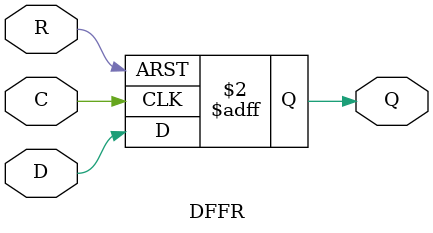
<source format=v>
module NOT(A, Y);
/* verilator tracing_off*/
input A;
output Y;
assign Y = ~A;
endmodule

module AND(A, B, Y);
/* verilator tracing_off*/
input A, B;
output Y;
assign Y = (A & B);
endmodule

module OR(A, B, Y);
/* verilator tracing_off*/
input A, B;
output Y;
assign Y = (A | B);
endmodule

module XOR(A, B, Y);
/* verilator tracing_off*/
input A, B;
output Y;
assign Y = (A ^ B);
endmodule

module MUX(A, B, S, Y);
/* verilator tracing_off*/
input A, B, S;
output Y;
assign Y = S ? A : B;
endmodule


module DFFR(C, D, Q, R);
/* verilator tracing_off*/
input C, D, R;
output reg Q;
always @(posedge C, posedge R)
	if (R)
		Q <= 1'b0;
	else
		Q <= D;
endmodule


</source>
